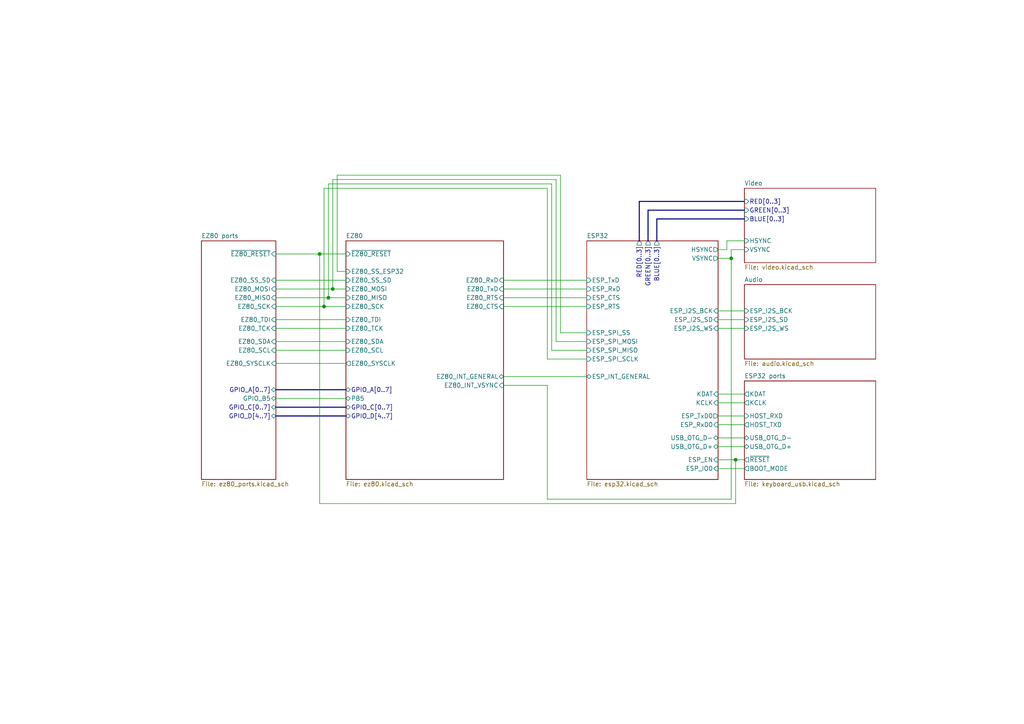
<source format=kicad_sch>
(kicad_sch
	(version 20250114)
	(generator "eeschema")
	(generator_version "9.0")
	(uuid "7b2afaab-4445-4e40-9301-76f41cbf1bf2")
	(paper "A4")
	(lib_symbols)
	(junction
		(at 95.25 86.36)
		(diameter 0)
		(color 0 0 0 0)
		(uuid "1894777c-c792-4fdb-a74c-ad3943c68e79")
	)
	(junction
		(at 96.52 83.82)
		(diameter 0)
		(color 0 0 0 0)
		(uuid "4030b6da-148e-4c47-a358-319d2d271381")
	)
	(junction
		(at 92.71 73.66)
		(diameter 0)
		(color 0 0 0 0)
		(uuid "40b6b10a-6144-4acc-b213-9c33f74d5727")
	)
	(junction
		(at 212.09 74.93)
		(diameter 0)
		(color 0 0 0 0)
		(uuid "62c99551-fafa-452b-96f0-df3df03011c7")
	)
	(junction
		(at 93.98 88.9)
		(diameter 0)
		(color 0 0 0 0)
		(uuid "da790dbc-d8b0-46b4-bbcc-83c68d87c631")
	)
	(junction
		(at 213.36 133.35)
		(diameter 0)
		(color 0 0 0 0)
		(uuid "ebb39834-9f4a-4064-a2b8-a315ff4d22a4")
	)
	(wire
		(pts
			(xy 161.29 99.06) (xy 170.18 99.06)
		)
		(stroke
			(width 0)
			(type default)
		)
		(uuid "0608fb7a-6f53-4f8d-a766-302b914cdea4")
	)
	(wire
		(pts
			(xy 146.05 81.28) (xy 170.18 81.28)
		)
		(stroke
			(width 0)
			(type default)
		)
		(uuid "0a771e1a-2853-4e17-a925-01b68aa807c6")
	)
	(wire
		(pts
			(xy 93.98 54.61) (xy 93.98 88.9)
		)
		(stroke
			(width 0)
			(type default)
		)
		(uuid "0d0b2d11-92d3-4028-8bc6-d033093403a4")
	)
	(wire
		(pts
			(xy 80.01 101.6) (xy 100.33 101.6)
		)
		(stroke
			(width 0)
			(type default)
		)
		(uuid "0e8a1ef7-4c1e-4fe0-bb9e-18d95f1b0779")
	)
	(wire
		(pts
			(xy 158.75 111.76) (xy 158.75 144.78)
		)
		(stroke
			(width 0)
			(type default)
		)
		(uuid "0f6224da-ee07-4863-8c4a-ff6e9b760d41")
	)
	(wire
		(pts
			(xy 213.36 133.35) (xy 215.9 133.35)
		)
		(stroke
			(width 0)
			(type default)
		)
		(uuid "136b57b0-df49-4d0e-9193-224c348a4d84")
	)
	(wire
		(pts
			(xy 208.28 133.35) (xy 213.36 133.35)
		)
		(stroke
			(width 0)
			(type default)
		)
		(uuid "178b3b49-d9ba-4f0c-a12f-ff9194d2b5b2")
	)
	(wire
		(pts
			(xy 92.71 73.66) (xy 92.71 146.05)
		)
		(stroke
			(width 0)
			(type default)
		)
		(uuid "196a1d05-3ae8-43c6-8e34-626d1b034178")
	)
	(wire
		(pts
			(xy 212.09 72.39) (xy 215.9 72.39)
		)
		(stroke
			(width 0)
			(type default)
		)
		(uuid "1ed9a248-7d12-410d-859d-601411bcdab9")
	)
	(wire
		(pts
			(xy 96.52 52.07) (xy 96.52 83.82)
		)
		(stroke
			(width 0)
			(type default)
		)
		(uuid "21c7ee3e-ac32-48ce-8359-0778fdd1e685")
	)
	(wire
		(pts
			(xy 80.01 115.57) (xy 100.33 115.57)
		)
		(stroke
			(width 0)
			(type default)
		)
		(uuid "221df0c4-34c0-4c8c-a374-a281e85cd6e1")
	)
	(wire
		(pts
			(xy 146.05 83.82) (xy 170.18 83.82)
		)
		(stroke
			(width 0)
			(type default)
		)
		(uuid "2343ba73-5e3c-438f-9502-562686e69fae")
	)
	(wire
		(pts
			(xy 80.01 99.06) (xy 100.33 99.06)
		)
		(stroke
			(width 0)
			(type default)
		)
		(uuid "2d13b1a5-d95f-4476-bd31-64735f38b307")
	)
	(wire
		(pts
			(xy 80.01 105.41) (xy 100.33 105.41)
		)
		(stroke
			(width 0)
			(type default)
		)
		(uuid "333f7db7-e593-4063-95dc-a5cd3ffe9f79")
	)
	(wire
		(pts
			(xy 161.29 52.07) (xy 96.52 52.07)
		)
		(stroke
			(width 0)
			(type default)
		)
		(uuid "3bd72bca-31fe-44fd-8eef-44bd076384af")
	)
	(wire
		(pts
			(xy 210.82 69.85) (xy 210.82 72.39)
		)
		(stroke
			(width 0)
			(type default)
		)
		(uuid "4185c609-7bfa-4ead-810b-3f2edb9f4146")
	)
	(wire
		(pts
			(xy 146.05 109.22) (xy 170.18 109.22)
		)
		(stroke
			(width 0)
			(type default)
		)
		(uuid "4bd040cf-8b36-4441-958b-28ec41efccbe")
	)
	(wire
		(pts
			(xy 80.01 83.82) (xy 96.52 83.82)
		)
		(stroke
			(width 0)
			(type default)
		)
		(uuid "506ec316-df73-492a-b8d0-31d7dc4ddf1e")
	)
	(wire
		(pts
			(xy 160.02 101.6) (xy 170.18 101.6)
		)
		(stroke
			(width 0)
			(type default)
		)
		(uuid "52d340bf-8ff7-4dd0-8f84-4ca621f4a210")
	)
	(bus
		(pts
			(xy 190.5 63.5) (xy 215.9 63.5)
		)
		(stroke
			(width 0)
			(type default)
		)
		(uuid "545ba762-8f1a-442d-9a30-e29df2f38f3a")
	)
	(wire
		(pts
			(xy 213.36 146.05) (xy 213.36 133.35)
		)
		(stroke
			(width 0)
			(type default)
		)
		(uuid "58970d31-a7ea-498e-8db9-e07d79fa59f9")
	)
	(wire
		(pts
			(xy 208.28 74.93) (xy 212.09 74.93)
		)
		(stroke
			(width 0)
			(type default)
		)
		(uuid "5b27c5d2-bc53-40ca-a9a0-21a23df56eaa")
	)
	(wire
		(pts
			(xy 208.28 90.17) (xy 215.9 90.17)
		)
		(stroke
			(width 0)
			(type default)
		)
		(uuid "5b7d3f8e-03ba-4f89-9736-abdf183c325b")
	)
	(bus
		(pts
			(xy 187.96 69.85) (xy 187.96 60.96)
		)
		(stroke
			(width 0)
			(type default)
		)
		(uuid "5ef21c66-14ee-4e7c-a2de-9a14adcf1632")
	)
	(wire
		(pts
			(xy 161.29 99.06) (xy 161.29 52.07)
		)
		(stroke
			(width 0)
			(type default)
		)
		(uuid "5f994573-5698-4bd0-adb6-926fea8c6233")
	)
	(wire
		(pts
			(xy 95.25 53.34) (xy 95.25 86.36)
		)
		(stroke
			(width 0)
			(type default)
		)
		(uuid "65c2855c-b02b-4e70-8800-755644db9ebc")
	)
	(wire
		(pts
			(xy 162.56 96.52) (xy 162.56 50.8)
		)
		(stroke
			(width 0)
			(type default)
		)
		(uuid "65d8a099-a5dd-4bb9-81df-062022ba1120")
	)
	(wire
		(pts
			(xy 208.28 120.65) (xy 215.9 120.65)
		)
		(stroke
			(width 0)
			(type default)
		)
		(uuid "66a939ca-5cd9-4ac7-8dc0-e6a454e1dc8d")
	)
	(wire
		(pts
			(xy 100.33 88.9) (xy 93.98 88.9)
		)
		(stroke
			(width 0)
			(type default)
		)
		(uuid "6dc47794-104d-4b7f-b493-cbf24ab27885")
	)
	(wire
		(pts
			(xy 208.28 114.3) (xy 215.9 114.3)
		)
		(stroke
			(width 0)
			(type default)
		)
		(uuid "6f029acc-8ef1-4976-b76c-9fdff7b1839c")
	)
	(wire
		(pts
			(xy 208.28 92.71) (xy 215.9 92.71)
		)
		(stroke
			(width 0)
			(type default)
		)
		(uuid "713087e1-bd40-4cd2-a792-19a8bf8ddf42")
	)
	(wire
		(pts
			(xy 208.28 123.19) (xy 215.9 123.19)
		)
		(stroke
			(width 0)
			(type default)
		)
		(uuid "728b0e39-d124-435f-8200-04662a611fe3")
	)
	(wire
		(pts
			(xy 80.01 73.66) (xy 92.71 73.66)
		)
		(stroke
			(width 0)
			(type default)
		)
		(uuid "75844632-c9f6-4546-b5ff-f3f987ce2ae3")
	)
	(wire
		(pts
			(xy 95.25 86.36) (xy 100.33 86.36)
		)
		(stroke
			(width 0)
			(type default)
		)
		(uuid "7bbe7957-b2d9-4a49-b64a-9c3d41bc5dc1")
	)
	(wire
		(pts
			(xy 208.28 116.84) (xy 215.9 116.84)
		)
		(stroke
			(width 0)
			(type default)
		)
		(uuid "842657cc-a86f-4bda-b8eb-38ce1759ecac")
	)
	(wire
		(pts
			(xy 146.05 88.9) (xy 170.18 88.9)
		)
		(stroke
			(width 0)
			(type default)
		)
		(uuid "8585e4fc-963c-492c-87e0-b61e61dba862")
	)
	(bus
		(pts
			(xy 80.01 113.03) (xy 100.33 113.03)
		)
		(stroke
			(width 0)
			(type default)
		)
		(uuid "8a158eb3-3aa9-4a15-b14a-25f9e22475f1")
	)
	(wire
		(pts
			(xy 96.52 83.82) (xy 100.33 83.82)
		)
		(stroke
			(width 0)
			(type default)
		)
		(uuid "8ca21052-bec5-45a1-b05f-21049ccf11b2")
	)
	(wire
		(pts
			(xy 208.28 127) (xy 215.9 127)
		)
		(stroke
			(width 0)
			(type default)
		)
		(uuid "946f9026-086c-48d6-80a2-b13b066222e8")
	)
	(wire
		(pts
			(xy 208.28 135.89) (xy 215.9 135.89)
		)
		(stroke
			(width 0)
			(type default)
		)
		(uuid "9e3d954d-3f90-424a-92f9-7759f87554c6")
	)
	(wire
		(pts
			(xy 146.05 86.36) (xy 170.18 86.36)
		)
		(stroke
			(width 0)
			(type default)
		)
		(uuid "a462175c-4ca4-4efd-81b0-0343be0b6657")
	)
	(wire
		(pts
			(xy 92.71 73.66) (xy 100.33 73.66)
		)
		(stroke
			(width 0)
			(type default)
		)
		(uuid "a66b2ba0-d2f9-4a2a-8ebb-047807c46c8b")
	)
	(wire
		(pts
			(xy 162.56 50.8) (xy 97.79 50.8)
		)
		(stroke
			(width 0)
			(type default)
		)
		(uuid "a71c23af-8352-4751-9fd6-6785146c5564")
	)
	(wire
		(pts
			(xy 160.02 53.34) (xy 95.25 53.34)
		)
		(stroke
			(width 0)
			(type default)
		)
		(uuid "a86c9966-a5cd-415a-91fd-c88d8a58b1dd")
	)
	(wire
		(pts
			(xy 80.01 88.9) (xy 93.98 88.9)
		)
		(stroke
			(width 0)
			(type default)
		)
		(uuid "a927cb5d-5b71-4ec4-b498-57249d1f21e6")
	)
	(wire
		(pts
			(xy 215.9 69.85) (xy 210.82 69.85)
		)
		(stroke
			(width 0)
			(type default)
		)
		(uuid "ac114a6c-b994-45ed-84c9-57e0d49d2398")
	)
	(wire
		(pts
			(xy 160.02 101.6) (xy 160.02 53.34)
		)
		(stroke
			(width 0)
			(type default)
		)
		(uuid "ac255cbf-8349-47db-9a78-037250832800")
	)
	(wire
		(pts
			(xy 158.75 54.61) (xy 93.98 54.61)
		)
		(stroke
			(width 0)
			(type default)
		)
		(uuid "aeaaa0c5-7bd6-4940-ab77-e6baa3333c9f")
	)
	(wire
		(pts
			(xy 80.01 95.25) (xy 100.33 95.25)
		)
		(stroke
			(width 0)
			(type default)
		)
		(uuid "b1b5fabd-1f07-4475-889c-91879f3b9a5c")
	)
	(bus
		(pts
			(xy 80.01 120.65) (xy 100.33 120.65)
		)
		(stroke
			(width 0)
			(type default)
		)
		(uuid "b4d6d1ca-f57b-448a-a2d8-6136262f348e")
	)
	(wire
		(pts
			(xy 210.82 72.39) (xy 208.28 72.39)
		)
		(stroke
			(width 0)
			(type default)
		)
		(uuid "b6b19dd2-30f8-4c45-8e8d-840c6cea24ca")
	)
	(wire
		(pts
			(xy 80.01 86.36) (xy 95.25 86.36)
		)
		(stroke
			(width 0)
			(type default)
		)
		(uuid "b8d982bd-2098-4769-a34b-2497ef77be33")
	)
	(wire
		(pts
			(xy 170.18 96.52) (xy 162.56 96.52)
		)
		(stroke
			(width 0)
			(type default)
		)
		(uuid "c3735b78-d61a-4326-ba3f-cb24bc29b6aa")
	)
	(bus
		(pts
			(xy 185.42 58.42) (xy 215.9 58.42)
		)
		(stroke
			(width 0)
			(type default)
		)
		(uuid "c55b277b-47b3-4368-93e8-eca86688d92e")
	)
	(wire
		(pts
			(xy 146.05 111.76) (xy 158.75 111.76)
		)
		(stroke
			(width 0)
			(type default)
		)
		(uuid "c6a1db29-92ff-40b8-af76-c03b9cfb770a")
	)
	(wire
		(pts
			(xy 208.28 129.54) (xy 215.9 129.54)
		)
		(stroke
			(width 0)
			(type default)
		)
		(uuid "ccd1e8ae-166f-4f61-803e-5165a11e8f5c")
	)
	(bus
		(pts
			(xy 185.42 58.42) (xy 185.42 69.85)
		)
		(stroke
			(width 0)
			(type default)
		)
		(uuid "d56144ac-f8f4-4246-bd1e-86ce492b6fdc")
	)
	(wire
		(pts
			(xy 80.01 92.71) (xy 100.33 92.71)
		)
		(stroke
			(width 0)
			(type default)
		)
		(uuid "d69455fd-0eb8-4a4e-acd7-346297ad2a97")
	)
	(wire
		(pts
			(xy 212.09 74.93) (xy 212.09 144.78)
		)
		(stroke
			(width 0)
			(type default)
		)
		(uuid "e02384eb-b1ad-4906-8ee7-ee9793e286ed")
	)
	(wire
		(pts
			(xy 80.01 81.28) (xy 100.33 81.28)
		)
		(stroke
			(width 0)
			(type default)
		)
		(uuid "e2e65074-a14d-4375-a94d-4708280ff71f")
	)
	(wire
		(pts
			(xy 92.71 146.05) (xy 213.36 146.05)
		)
		(stroke
			(width 0)
			(type default)
		)
		(uuid "e2f9cd3c-506b-4f34-8057-190bcd806563")
	)
	(wire
		(pts
			(xy 170.18 104.14) (xy 158.75 104.14)
		)
		(stroke
			(width 0)
			(type default)
		)
		(uuid "e3261475-0dbc-4773-86d3-89c264dd1621")
	)
	(bus
		(pts
			(xy 190.5 69.85) (xy 190.5 63.5)
		)
		(stroke
			(width 0)
			(type default)
		)
		(uuid "e4f1686a-0110-4659-994e-3d1671e67d95")
	)
	(wire
		(pts
			(xy 208.28 95.25) (xy 215.9 95.25)
		)
		(stroke
			(width 0)
			(type default)
		)
		(uuid "e786a7d8-6198-43b5-886c-27745eea142b")
	)
	(wire
		(pts
			(xy 158.75 144.78) (xy 212.09 144.78)
		)
		(stroke
			(width 0)
			(type default)
		)
		(uuid "e7fa9232-ea93-457a-a755-a9595584d91d")
	)
	(bus
		(pts
			(xy 187.96 60.96) (xy 215.9 60.96)
		)
		(stroke
			(width 0)
			(type default)
		)
		(uuid "eb44593f-dd1f-47f4-a813-e2a5c3a17f25")
	)
	(wire
		(pts
			(xy 97.79 78.74) (xy 100.33 78.74)
		)
		(stroke
			(width 0)
			(type default)
		)
		(uuid "ebb14541-651e-4e21-8a28-f90066258305")
	)
	(wire
		(pts
			(xy 158.75 104.14) (xy 158.75 54.61)
		)
		(stroke
			(width 0)
			(type default)
		)
		(uuid "ec798d39-98a2-4408-b607-ea9b03b2c457")
	)
	(wire
		(pts
			(xy 212.09 74.93) (xy 212.09 72.39)
		)
		(stroke
			(width 0)
			(type default)
		)
		(uuid "ef1dd203-6853-4d8d-a393-b50864ecd039")
	)
	(bus
		(pts
			(xy 80.01 118.11) (xy 100.33 118.11)
		)
		(stroke
			(width 0)
			(type default)
		)
		(uuid "f41cdf32-cf0b-4a12-9085-14079ad7c53f")
	)
	(wire
		(pts
			(xy 97.79 50.8) (xy 97.79 78.74)
		)
		(stroke
			(width 0)
			(type default)
		)
		(uuid "f81dedc9-5cb1-496f-97fa-c44872ba0870")
	)
	(sheet
		(at 170.18 69.85)
		(size 38.1 69.215)
		(exclude_from_sim no)
		(in_bom yes)
		(on_board yes)
		(dnp no)
		(fields_autoplaced yes)
		(stroke
			(width 0.1524)
			(type solid)
		)
		(fill
			(color 0 0 0 0.0000)
		)
		(uuid "00afd1e6-7195-4ad0-96eb-9ad93d4e9b77")
		(property "Sheetname" "ESP32"
			(at 170.18 69.1384 0)
			(effects
				(font
					(size 1.27 1.27)
				)
				(justify left bottom)
			)
		)
		(property "Sheetfile" "esp32.kicad_sch"
			(at 170.18 139.6496 0)
			(effects
				(font
					(size 1.27 1.27)
				)
				(justify left top)
			)
		)
		(pin "VSYNC" output
			(at 208.28 74.93 0)
			(uuid "e50c73f9-44e6-43c0-9e17-fdd3b3e9b855")
			(effects
				(font
					(size 1.27 1.27)
				)
				(justify right)
			)
		)
		(pin "HSYNC" output
			(at 208.28 72.39 0)
			(uuid "806446ea-e9c9-4622-81da-b4b0ca3b5529")
			(effects
				(font
					(size 1.27 1.27)
				)
				(justify right)
			)
		)
		(pin "ESP_TxD" input
			(at 170.18 81.28 180)
			(uuid "80a24c50-4503-484c-9f02-9b4bf970ffd3")
			(effects
				(font
					(size 1.27 1.27)
				)
				(justify left)
			)
		)
		(pin "ESP_RxD" input
			(at 170.18 83.82 180)
			(uuid "1952dbb4-aaf7-4ea1-8d10-adfa98710265")
			(effects
				(font
					(size 1.27 1.27)
				)
				(justify left)
			)
		)
		(pin "ESP_RTS" input
			(at 170.18 88.9 180)
			(uuid "0fe1ff83-e8cb-4dc5-ae88-9599907c8de7")
			(effects
				(font
					(size 1.27 1.27)
				)
				(justify left)
			)
		)
		(pin "ESP_CTS" input
			(at 170.18 86.36 180)
			(uuid "7367b4a6-36a5-4e2d-bfff-24a8d1aa40dd")
			(effects
				(font
					(size 1.27 1.27)
				)
				(justify left)
			)
		)
		(pin "RED[0..3]" output
			(at 185.42 69.85 90)
			(uuid "c16b8fb6-711e-4bdd-9259-896936f65410")
			(effects
				(font
					(size 1.27 1.27)
				)
				(justify right)
			)
		)
		(pin "GREEN[0..3]" output
			(at 187.96 69.85 90)
			(uuid "3e93fa75-83a5-4854-8a49-ce5d2483bf34")
			(effects
				(font
					(size 1.27 1.27)
				)
				(justify right)
			)
		)
		(pin "BLUE[0..3]" output
			(at 190.5 69.85 90)
			(uuid "6938ebb8-5b35-451b-8af0-b6805bfe6d5f")
			(effects
				(font
					(size 1.27 1.27)
				)
				(justify right)
			)
		)
		(pin "ESP_I2S_BCK" input
			(at 208.28 90.17 0)
			(uuid "fd77c67c-d327-49a6-8c6c-4aee1203c2e6")
			(effects
				(font
					(size 1.27 1.27)
				)
				(justify right)
			)
		)
		(pin "ESP_I2S_SD" input
			(at 208.28 92.71 0)
			(uuid "0d5ffd34-247d-47f4-8c37-7cbaf167ba4b")
			(effects
				(font
					(size 1.27 1.27)
				)
				(justify right)
			)
		)
		(pin "ESP_I2S_WS" input
			(at 208.28 95.25 0)
			(uuid "0e4c0146-bd55-4116-8b72-7c9dd7833016")
			(effects
				(font
					(size 1.27 1.27)
				)
				(justify right)
			)
		)
		(pin "ESP_SPI_MOSI" input
			(at 170.18 99.06 180)
			(uuid "7c005f2a-11b8-47c3-9218-ce1d446b14fe")
			(effects
				(font
					(size 1.27 1.27)
				)
				(justify left)
			)
		)
		(pin "ESP_SPI_MISO" input
			(at 170.18 101.6 180)
			(uuid "16cd2349-2aa7-4ab2-b241-7d6a9cd06620")
			(effects
				(font
					(size 1.27 1.27)
				)
				(justify left)
			)
		)
		(pin "ESP_SPI_SCLK" input
			(at 170.18 104.14 180)
			(uuid "6e8454e1-d27c-423d-ba46-df9662d81a7e")
			(effects
				(font
					(size 1.27 1.27)
				)
				(justify left)
			)
		)
		(pin "ESP_SPI_SS" input
			(at 170.18 96.52 180)
			(uuid "d129373f-6486-4b3e-b040-640264994545")
			(effects
				(font
					(size 1.27 1.27)
				)
				(justify left)
			)
		)
		(pin "KDAT" input
			(at 208.28 114.3 0)
			(uuid "d265942e-bee0-46c5-b8c7-14706aa4b7c1")
			(effects
				(font
					(size 1.27 1.27)
				)
				(justify right)
			)
		)
		(pin "KCLK" input
			(at 208.28 116.84 0)
			(uuid "85a1ab9a-84fe-4717-ad81-ed52eac56129")
			(effects
				(font
					(size 1.27 1.27)
				)
				(justify right)
			)
		)
		(pin "ESP_INT_GENERAL" bidirectional
			(at 170.18 109.22 180)
			(uuid "d097e62f-4f3c-47bf-a7be-b6a2313013f3")
			(effects
				(font
					(size 1.27 1.27)
				)
				(justify left)
			)
		)
		(pin "ESP_IO0" input
			(at 208.28 135.89 0)
			(uuid "f732b86c-d166-43f1-892f-45e8cda77ae6")
			(effects
				(font
					(size 1.27 1.27)
				)
				(justify right)
			)
		)
		(pin "ESP_TxD0" output
			(at 208.28 120.65 0)
			(uuid "f961dde3-5dd1-4a28-a3e3-db344fa743f3")
			(effects
				(font
					(size 1.27 1.27)
				)
				(justify right)
			)
		)
		(pin "ESP_RxD0" input
			(at 208.28 123.19 0)
			(uuid "e6ddc39c-33a6-4f9d-a7fe-cdb6f88e4dbb")
			(effects
				(font
					(size 1.27 1.27)
				)
				(justify right)
			)
		)
		(pin "ESP_EN" input
			(at 208.28 133.35 0)
			(uuid "5668a2f2-de3e-4a7e-b19a-b31f16e79b0a")
			(effects
				(font
					(size 1.27 1.27)
				)
				(justify right)
			)
		)
		(pin "USB_OTG_D-" bidirectional
			(at 208.28 127 0)
			(uuid "363092b1-ec47-4c0e-9643-52acab866602")
			(effects
				(font
					(size 1.27 1.27)
				)
				(justify right)
			)
		)
		(pin "USB_OTG_D+" bidirectional
			(at 208.28 129.54 0)
			(uuid "480bf78f-e6b8-49b0-931f-3d5c64896568")
			(effects
				(font
					(size 1.27 1.27)
				)
				(justify right)
			)
		)
		(instances
			(project "HexAgon"
				(path "/7b2afaab-4445-4e40-9301-76f41cbf1bf2"
					(page "3")
				)
			)
		)
	)
	(sheet
		(at 215.9 110.49)
		(size 38.1 28.575)
		(exclude_from_sim no)
		(in_bom yes)
		(on_board yes)
		(dnp no)
		(fields_autoplaced yes)
		(stroke
			(width 0.1524)
			(type solid)
		)
		(fill
			(color 0 0 0 0.0000)
		)
		(uuid "0f8cac9a-e4ff-4a7f-ac59-fb766cc6c574")
		(property "Sheetname" "ESP32 ports"
			(at 215.9 109.7784 0)
			(effects
				(font
					(size 1.27 1.27)
				)
				(justify left bottom)
			)
		)
		(property "Sheetfile" "keyboard_usb.kicad_sch"
			(at 215.9 139.6496 0)
			(effects
				(font
					(size 1.27 1.27)
				)
				(justify left top)
			)
		)
		(pin "KDAT" output
			(at 215.9 114.3 180)
			(uuid "31358c4d-2286-421a-85d9-1858bae04be2")
			(effects
				(font
					(size 1.27 1.27)
				)
				(justify left)
			)
		)
		(pin "KCLK" output
			(at 215.9 116.84 180)
			(uuid "324fdec4-5255-4fca-af1f-54a330477759")
			(effects
				(font
					(size 1.27 1.27)
				)
				(justify left)
			)
		)
		(pin "HOST_RXD" input
			(at 215.9 120.65 180)
			(uuid "922b8ce4-0d40-4121-b5c0-99089a04eb27")
			(effects
				(font
					(size 1.27 1.27)
				)
				(justify left)
			)
		)
		(pin "HOST_TXD" output
			(at 215.9 123.19 180)
			(uuid "3012e3bd-336b-4cf5-b098-47f57ee4bf37")
			(effects
				(font
					(size 1.27 1.27)
				)
				(justify left)
			)
		)
		(pin "~{RESET}" output
			(at 215.9 133.35 180)
			(uuid "0b63b324-e95e-4a99-92cb-19b9c9b83843")
			(effects
				(font
					(size 1.27 1.27)
				)
				(justify left)
			)
		)
		(pin "BOOT_MODE" output
			(at 215.9 135.89 180)
			(uuid "01085adc-0bdd-410e-8e37-022257ddfb2b")
			(effects
				(font
					(size 1.27 1.27)
				)
				(justify left)
			)
		)
		(pin "USB_OTG_D-" bidirectional
			(at 215.9 127 180)
			(uuid "ee409453-48ac-44fa-81bc-1fa1a499ba87")
			(effects
				(font
					(size 1.27 1.27)
				)
				(justify left)
			)
		)
		(pin "USB_OTG_D+" bidirectional
			(at 215.9 129.54 180)
			(uuid "7d2f93cf-fdfb-4205-b142-f779419ab4df")
			(effects
				(font
					(size 1.27 1.27)
				)
				(justify left)
			)
		)
		(instances
			(project "HexAgon"
				(path "/7b2afaab-4445-4e40-9301-76f41cbf1bf2"
					(page "6")
				)
			)
		)
	)
	(sheet
		(at 215.9 54.61)
		(size 38.1 21.59)
		(exclude_from_sim no)
		(in_bom yes)
		(on_board yes)
		(dnp no)
		(fields_autoplaced yes)
		(stroke
			(width 0.1524)
			(type solid)
		)
		(fill
			(color 0 0 0 0.0000)
		)
		(uuid "2477136f-aa73-44a8-9b84-47d881b897da")
		(property "Sheetname" "Video"
			(at 215.9 53.8984 0)
			(effects
				(font
					(size 1.27 1.27)
				)
				(justify left bottom)
			)
		)
		(property "Sheetfile" "video.kicad_sch"
			(at 215.9 76.7846 0)
			(effects
				(font
					(size 1.27 1.27)
				)
				(justify left top)
			)
		)
		(pin "HSYNC" input
			(at 215.9 69.85 180)
			(uuid "be7066e6-3f3b-4805-93a0-bb2b949ba048")
			(effects
				(font
					(size 1.27 1.27)
				)
				(justify left)
			)
		)
		(pin "VSYNC" input
			(at 215.9 72.39 180)
			(uuid "5f6ecd2f-3737-49eb-b086-d62eddc8b405")
			(effects
				(font
					(size 1.27 1.27)
				)
				(justify left)
			)
		)
		(pin "RED[0..3]" input
			(at 215.9 58.42 180)
			(uuid "3e90d16c-28b6-4b19-a087-a608b0eda7cc")
			(effects
				(font
					(size 1.27 1.27)
				)
				(justify left)
			)
		)
		(pin "BLUE[0..3]" input
			(at 215.9 63.5 180)
			(uuid "7187c7a7-bb7d-4541-9724-ce5956abb0ea")
			(effects
				(font
					(size 1.27 1.27)
				)
				(justify left)
			)
		)
		(pin "GREEN[0..3]" input
			(at 215.9 60.96 180)
			(uuid "d3413db4-4849-4ba7-83d8-c6cfc6040965")
			(effects
				(font
					(size 1.27 1.27)
				)
				(justify left)
			)
		)
		(instances
			(project "HexAgon"
				(path "/7b2afaab-4445-4e40-9301-76f41cbf1bf2"
					(page "4")
				)
			)
		)
	)
	(sheet
		(at 100.33 69.85)
		(size 45.72 69.215)
		(exclude_from_sim no)
		(in_bom yes)
		(on_board yes)
		(dnp no)
		(fields_autoplaced yes)
		(stroke
			(width 0.1524)
			(type solid)
		)
		(fill
			(color 0 0 0 0.0000)
		)
		(uuid "567bb680-a914-48b8-97a8-65d13978b3d1")
		(property "Sheetname" "EZ80"
			(at 100.33 69.1384 0)
			(effects
				(font
					(size 1.27 1.27)
				)
				(justify left bottom)
			)
		)
		(property "Sheetfile" "ez80.kicad_sch"
			(at 100.33 139.6496 0)
			(effects
				(font
					(size 1.27 1.27)
				)
				(justify left top)
			)
		)
		(pin "EZ80_TxD" input
			(at 146.05 83.82 0)
			(uuid "e40897e9-0db8-4e44-a040-cecfab8525ef")
			(effects
				(font
					(size 1.27 1.27)
				)
				(justify right)
			)
		)
		(pin "EZ80_RxD" input
			(at 146.05 81.28 0)
			(uuid "4241b13c-60e0-4210-9880-ffd739142339")
			(effects
				(font
					(size 1.27 1.27)
				)
				(justify right)
			)
		)
		(pin "EZ80_CTS" input
			(at 146.05 88.9 0)
			(uuid "83c4987d-cbde-4e6b-b179-0c67f49cb546")
			(effects
				(font
					(size 1.27 1.27)
				)
				(justify right)
			)
		)
		(pin "EZ80_RTS" input
			(at 146.05 86.36 0)
			(uuid "46c4bd23-a6b0-4dea-9a75-b0a28946570d")
			(effects
				(font
					(size 1.27 1.27)
				)
				(justify right)
			)
		)
		(pin "~{EZ80_RESET}" input
			(at 100.33 73.66 180)
			(uuid "5b5d29fd-46a2-4459-b3e1-c956eca4c7ac")
			(effects
				(font
					(size 1.27 1.27)
				)
				(justify left)
			)
		)
		(pin "EZ80_TDI" input
			(at 100.33 92.71 180)
			(uuid "3b2d9022-4acc-495a-9772-b3341770f716")
			(effects
				(font
					(size 1.27 1.27)
				)
				(justify left)
			)
		)
		(pin "EZ80_TCK" input
			(at 100.33 95.25 180)
			(uuid "7f18d837-b828-4071-a67a-11957edc151f")
			(effects
				(font
					(size 1.27 1.27)
				)
				(justify left)
			)
		)
		(pin "EZ80_MISO" input
			(at 100.33 86.36 180)
			(uuid "31514ce2-c587-4bad-986d-b29cc166a0b7")
			(effects
				(font
					(size 1.27 1.27)
				)
				(justify left)
			)
		)
		(pin "EZ80_MOSI" input
			(at 100.33 83.82 180)
			(uuid "8f70b272-144c-4d87-89c9-f0504d4dbfe8")
			(effects
				(font
					(size 1.27 1.27)
				)
				(justify left)
			)
		)
		(pin "EZ80_SS_SD" input
			(at 100.33 81.28 180)
			(uuid "2f81bcb7-7589-439f-858e-b0a671544c64")
			(effects
				(font
					(size 1.27 1.27)
				)
				(justify left)
			)
		)
		(pin "EZ80_SS_ESP32" input
			(at 100.33 78.74 180)
			(uuid "844ad647-4629-4f40-88c1-fc1f06fdc0ba")
			(effects
				(font
					(size 1.27 1.27)
				)
				(justify left)
			)
		)
		(pin "EZ80_SCK" input
			(at 100.33 88.9 180)
			(uuid "8bc4c597-a2df-4670-8cb4-b6a95b55ceb4")
			(effects
				(font
					(size 1.27 1.27)
				)
				(justify left)
			)
		)
		(pin "EZ80_SDA" input
			(at 100.33 99.06 180)
			(uuid "002d20d7-ea6d-4417-83d5-ace8e3fcc85e")
			(effects
				(font
					(size 1.27 1.27)
				)
				(justify left)
			)
		)
		(pin "EZ80_SCL" input
			(at 100.33 101.6 180)
			(uuid "ce010762-300b-49d6-87c5-0fcbb20fa1f5")
			(effects
				(font
					(size 1.27 1.27)
				)
				(justify left)
			)
		)
		(pin "GPIO_C[0..7]" bidirectional
			(at 100.33 118.11 180)
			(uuid "1e89bb38-368d-4532-b50b-1ed2b2de25c1")
			(effects
				(font
					(size 1.27 1.27)
				)
				(justify left)
			)
		)
		(pin "GPIO_D[4..7]" bidirectional
			(at 100.33 120.65 180)
			(uuid "180f3f34-d712-4ed0-bc47-54907549fb38")
			(effects
				(font
					(size 1.27 1.27)
				)
				(justify left)
			)
		)
		(pin "GPIO_A[0..7]" bidirectional
			(at 100.33 113.03 180)
			(uuid "07b26fe5-f177-4ab9-afc0-79c19cc46006")
			(effects
				(font
					(size 1.27 1.27)
				)
				(justify left)
			)
		)
		(pin "EZ80_INT_VSYNC" input
			(at 146.05 111.76 0)
			(uuid "9b06160d-0047-4ab8-aa2a-11f3cf6471ee")
			(effects
				(font
					(size 1.27 1.27)
				)
				(justify right)
			)
		)
		(pin "EZ80_INT_GENERAL" bidirectional
			(at 146.05 109.22 0)
			(uuid "36479e76-31c7-468f-8a89-c252dea39ea0")
			(effects
				(font
					(size 1.27 1.27)
				)
				(justify right)
			)
		)
		(pin "EZ80_SYSCLK" output
			(at 100.33 105.41 180)
			(uuid "63ac2553-cd78-49e2-bd58-1999df563aea")
			(effects
				(font
					(size 1.27 1.27)
				)
				(justify left)
			)
		)
		(pin "PB5" bidirectional
			(at 100.33 115.57 180)
			(uuid "0a0e5665-47b1-4466-9423-bff94bbc5ec8")
			(effects
				(font
					(size 1.27 1.27)
				)
				(justify left)
			)
		)
		(instances
			(project "HexAgon"
				(path "/7b2afaab-4445-4e40-9301-76f41cbf1bf2"
					(page "2")
				)
			)
		)
	)
	(sheet
		(at 215.9 82.55)
		(size 38.1 21.59)
		(exclude_from_sim no)
		(in_bom yes)
		(on_board yes)
		(dnp no)
		(fields_autoplaced yes)
		(stroke
			(width 0.1524)
			(type solid)
		)
		(fill
			(color 0 0 0 0.0000)
		)
		(uuid "6892b034-8017-42e7-b201-a18208ddf3e8")
		(property "Sheetname" "Audio"
			(at 215.9 81.8384 0)
			(effects
				(font
					(size 1.27 1.27)
				)
				(justify left bottom)
			)
		)
		(property "Sheetfile" "audio.kicad_sch"
			(at 215.9 104.7246 0)
			(effects
				(font
					(size 1.27 1.27)
				)
				(justify left top)
			)
		)
		(pin "ESP_I2S_BCK" input
			(at 215.9 90.17 180)
			(uuid "8e2735c7-afe7-4206-872a-f32ed917bfcd")
			(effects
				(font
					(size 1.27 1.27)
				)
				(justify left)
			)
		)
		(pin "ESP_I2S_SD" input
			(at 215.9 92.71 180)
			(uuid "8576b6c2-dba9-4e20-ade0-35d0e617d921")
			(effects
				(font
					(size 1.27 1.27)
				)
				(justify left)
			)
		)
		(pin "ESP_I2S_WS" input
			(at 215.9 95.25 180)
			(uuid "be410c2e-697a-496c-91d9-db4bae400bd4")
			(effects
				(font
					(size 1.27 1.27)
				)
				(justify left)
			)
		)
		(instances
			(project "HexAgon"
				(path "/7b2afaab-4445-4e40-9301-76f41cbf1bf2"
					(page "5")
				)
			)
		)
	)
	(sheet
		(at 58.42 69.85)
		(size 21.59 69.215)
		(exclude_from_sim no)
		(in_bom yes)
		(on_board yes)
		(dnp no)
		(fields_autoplaced yes)
		(stroke
			(width 0.1524)
			(type solid)
		)
		(fill
			(color 0 0 0 0.0000)
		)
		(uuid "e5ef9b21-d439-4220-841d-98d7193e0d0c")
		(property "Sheetname" "EZ80 ports"
			(at 58.42 69.1384 0)
			(effects
				(font
					(size 1.27 1.27)
				)
				(justify left bottom)
			)
		)
		(property "Sheetfile" "ez80_ports.kicad_sch"
			(at 58.42 139.6496 0)
			(effects
				(font
					(size 1.27 1.27)
				)
				(justify left top)
			)
		)
		(pin "~{EZ80_RESET}" input
			(at 80.01 73.66 0)
			(uuid "ba6907a2-582a-4014-9104-7cf3b9cde789")
			(effects
				(font
					(size 1.27 1.27)
				)
				(justify right)
			)
		)
		(pin "EZ80_TDI" input
			(at 80.01 92.71 0)
			(uuid "99633c6b-4a28-4205-85f8-b00fe7a8baf5")
			(effects
				(font
					(size 1.27 1.27)
				)
				(justify right)
			)
		)
		(pin "EZ80_TCK" input
			(at 80.01 95.25 0)
			(uuid "116bf4b1-c480-4eb4-8ce8-7f63bf03ca3d")
			(effects
				(font
					(size 1.27 1.27)
				)
				(justify right)
			)
		)
		(pin "EZ80_SS_SD" input
			(at 80.01 81.28 0)
			(uuid "ed2d7798-4cfe-492d-8fa5-ca99da62c4c5")
			(effects
				(font
					(size 1.27 1.27)
				)
				(justify right)
			)
		)
		(pin "EZ80_MOSI" input
			(at 80.01 83.82 0)
			(uuid "9ea89030-0b34-488a-bdd6-63bbcd57289e")
			(effects
				(font
					(size 1.27 1.27)
				)
				(justify right)
			)
		)
		(pin "EZ80_MISO" input
			(at 80.01 86.36 0)
			(uuid "4124f284-f66c-4d89-a399-a6d9c7b0e0b7")
			(effects
				(font
					(size 1.27 1.27)
				)
				(justify right)
			)
		)
		(pin "EZ80_SCK" input
			(at 80.01 88.9 0)
			(uuid "bc59dca6-c210-4c20-9c5b-ee868745019b")
			(effects
				(font
					(size 1.27 1.27)
				)
				(justify right)
			)
		)
		(pin "EZ80_SCL" input
			(at 80.01 101.6 0)
			(uuid "552bf593-b785-4b53-8b9b-bb84d25211d3")
			(effects
				(font
					(size 1.27 1.27)
				)
				(justify right)
			)
		)
		(pin "EZ80_SDA" input
			(at 80.01 99.06 0)
			(uuid "04ff9c3d-d471-447c-8463-fd3d895145cc")
			(effects
				(font
					(size 1.27 1.27)
				)
				(justify right)
			)
		)
		(pin "GPIO_C[0..7]" bidirectional
			(at 80.01 118.11 0)
			(uuid "7721208c-187b-4598-8af6-44382137e611")
			(effects
				(font
					(size 1.27 1.27)
				)
				(justify right)
			)
		)
		(pin "EZ80_SYSCLK" input
			(at 80.01 105.41 0)
			(uuid "4f6f9441-4d76-4529-b2da-b00613357687")
			(effects
				(font
					(size 1.27 1.27)
				)
				(justify right)
			)
		)
		(pin "GPIO_B5" bidirectional
			(at 80.01 115.57 0)
			(uuid "77791acd-c1ed-4465-83bc-ac67316624d4")
			(effects
				(font
					(size 1.27 1.27)
				)
				(justify right)
			)
		)
		(pin "GPIO_A[0..7]" bidirectional
			(at 80.01 113.03 0)
			(uuid "1686b478-565b-4b78-ae3c-3e9fb6162ca0")
			(effects
				(font
					(size 1.27 1.27)
				)
				(justify right)
			)
		)
		(pin "GPIO_D[4..7]" bidirectional
			(at 80.01 120.65 0)
			(uuid "6dbdc0c3-cbac-432a-8bd0-7f9722aac9bd")
			(effects
				(font
					(size 1.27 1.27)
				)
				(justify right)
			)
		)
		(instances
			(project "HexAgon"
				(path "/7b2afaab-4445-4e40-9301-76f41cbf1bf2"
					(page "7")
				)
			)
		)
	)
	(sheet_instances
		(path "/"
			(page "1")
		)
	)
	(embedded_fonts no)
)

</source>
